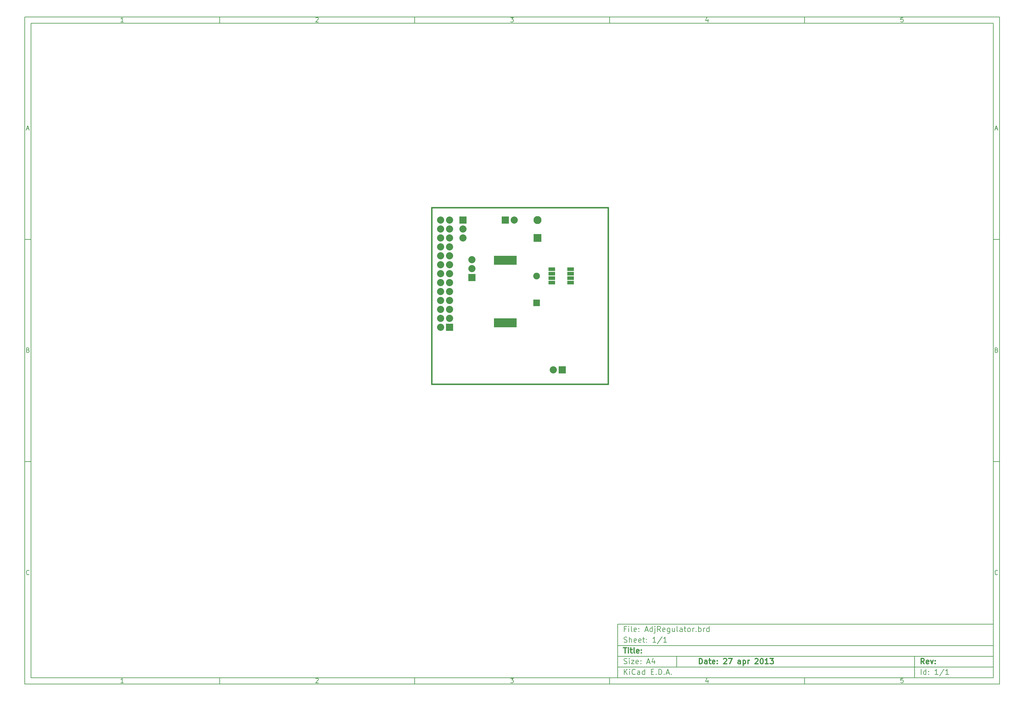
<source format=gbs>
G04 (created by PCBNEW-RS274X (2012-apr-16-27)-stable) date Sat 27 Apr 2013 17:01:59 BST*
G01*
G70*
G90*
%MOIN*%
G04 Gerber Fmt 3.4, Leading zero omitted, Abs format*
%FSLAX34Y34*%
G04 APERTURE LIST*
%ADD10C,0.006000*%
%ADD11C,0.012000*%
%ADD12C,0.015000*%
%ADD13R,0.256200X0.098700*%
%ADD14R,0.080000X0.080000*%
%ADD15C,0.080000*%
%ADD16R,0.090000X0.090000*%
%ADD17C,0.090000*%
%ADD18R,0.075000X0.075000*%
%ADD19C,0.075000*%
%ADD20R,0.075100X0.043600*%
G04 APERTURE END LIST*
G54D10*
X04000Y-04000D02*
X113000Y-04000D01*
X113000Y-78670D01*
X04000Y-78670D01*
X04000Y-04000D01*
X04700Y-04700D02*
X112300Y-04700D01*
X112300Y-77970D01*
X04700Y-77970D01*
X04700Y-04700D01*
X25800Y-04000D02*
X25800Y-04700D01*
X15043Y-04552D02*
X14757Y-04552D01*
X14900Y-04552D02*
X14900Y-04052D01*
X14852Y-04124D01*
X14805Y-04171D01*
X14757Y-04195D01*
X25800Y-78670D02*
X25800Y-77970D01*
X15043Y-78522D02*
X14757Y-78522D01*
X14900Y-78522D02*
X14900Y-78022D01*
X14852Y-78094D01*
X14805Y-78141D01*
X14757Y-78165D01*
X47600Y-04000D02*
X47600Y-04700D01*
X36557Y-04100D02*
X36581Y-04076D01*
X36629Y-04052D01*
X36748Y-04052D01*
X36795Y-04076D01*
X36819Y-04100D01*
X36843Y-04148D01*
X36843Y-04195D01*
X36819Y-04267D01*
X36533Y-04552D01*
X36843Y-04552D01*
X47600Y-78670D02*
X47600Y-77970D01*
X36557Y-78070D02*
X36581Y-78046D01*
X36629Y-78022D01*
X36748Y-78022D01*
X36795Y-78046D01*
X36819Y-78070D01*
X36843Y-78118D01*
X36843Y-78165D01*
X36819Y-78237D01*
X36533Y-78522D01*
X36843Y-78522D01*
X69400Y-04000D02*
X69400Y-04700D01*
X58333Y-04052D02*
X58643Y-04052D01*
X58476Y-04243D01*
X58548Y-04243D01*
X58595Y-04267D01*
X58619Y-04290D01*
X58643Y-04338D01*
X58643Y-04457D01*
X58619Y-04505D01*
X58595Y-04529D01*
X58548Y-04552D01*
X58405Y-04552D01*
X58357Y-04529D01*
X58333Y-04505D01*
X69400Y-78670D02*
X69400Y-77970D01*
X58333Y-78022D02*
X58643Y-78022D01*
X58476Y-78213D01*
X58548Y-78213D01*
X58595Y-78237D01*
X58619Y-78260D01*
X58643Y-78308D01*
X58643Y-78427D01*
X58619Y-78475D01*
X58595Y-78499D01*
X58548Y-78522D01*
X58405Y-78522D01*
X58357Y-78499D01*
X58333Y-78475D01*
X91200Y-04000D02*
X91200Y-04700D01*
X80395Y-04219D02*
X80395Y-04552D01*
X80276Y-04029D02*
X80157Y-04386D01*
X80467Y-04386D01*
X91200Y-78670D02*
X91200Y-77970D01*
X80395Y-78189D02*
X80395Y-78522D01*
X80276Y-77999D02*
X80157Y-78356D01*
X80467Y-78356D01*
X102219Y-04052D02*
X101981Y-04052D01*
X101957Y-04290D01*
X101981Y-04267D01*
X102029Y-04243D01*
X102148Y-04243D01*
X102195Y-04267D01*
X102219Y-04290D01*
X102243Y-04338D01*
X102243Y-04457D01*
X102219Y-04505D01*
X102195Y-04529D01*
X102148Y-04552D01*
X102029Y-04552D01*
X101981Y-04529D01*
X101957Y-04505D01*
X102219Y-78022D02*
X101981Y-78022D01*
X101957Y-78260D01*
X101981Y-78237D01*
X102029Y-78213D01*
X102148Y-78213D01*
X102195Y-78237D01*
X102219Y-78260D01*
X102243Y-78308D01*
X102243Y-78427D01*
X102219Y-78475D01*
X102195Y-78499D01*
X102148Y-78522D01*
X102029Y-78522D01*
X101981Y-78499D01*
X101957Y-78475D01*
X04000Y-28890D02*
X04700Y-28890D01*
X04231Y-16510D02*
X04469Y-16510D01*
X04184Y-16652D02*
X04350Y-16152D01*
X04517Y-16652D01*
X113000Y-28890D02*
X112300Y-28890D01*
X112531Y-16510D02*
X112769Y-16510D01*
X112484Y-16652D02*
X112650Y-16152D01*
X112817Y-16652D01*
X04000Y-53780D02*
X04700Y-53780D01*
X04386Y-41280D02*
X04457Y-41304D01*
X04481Y-41328D01*
X04505Y-41376D01*
X04505Y-41447D01*
X04481Y-41495D01*
X04457Y-41519D01*
X04410Y-41542D01*
X04219Y-41542D01*
X04219Y-41042D01*
X04386Y-41042D01*
X04433Y-41066D01*
X04457Y-41090D01*
X04481Y-41138D01*
X04481Y-41185D01*
X04457Y-41233D01*
X04433Y-41257D01*
X04386Y-41280D01*
X04219Y-41280D01*
X113000Y-53780D02*
X112300Y-53780D01*
X112686Y-41280D02*
X112757Y-41304D01*
X112781Y-41328D01*
X112805Y-41376D01*
X112805Y-41447D01*
X112781Y-41495D01*
X112757Y-41519D01*
X112710Y-41542D01*
X112519Y-41542D01*
X112519Y-41042D01*
X112686Y-41042D01*
X112733Y-41066D01*
X112757Y-41090D01*
X112781Y-41138D01*
X112781Y-41185D01*
X112757Y-41233D01*
X112733Y-41257D01*
X112686Y-41280D01*
X112519Y-41280D01*
X04505Y-66385D02*
X04481Y-66409D01*
X04410Y-66432D01*
X04362Y-66432D01*
X04290Y-66409D01*
X04243Y-66361D01*
X04219Y-66313D01*
X04195Y-66218D01*
X04195Y-66147D01*
X04219Y-66051D01*
X04243Y-66004D01*
X04290Y-65956D01*
X04362Y-65932D01*
X04410Y-65932D01*
X04481Y-65956D01*
X04505Y-65980D01*
X112805Y-66385D02*
X112781Y-66409D01*
X112710Y-66432D01*
X112662Y-66432D01*
X112590Y-66409D01*
X112543Y-66361D01*
X112519Y-66313D01*
X112495Y-66218D01*
X112495Y-66147D01*
X112519Y-66051D01*
X112543Y-66004D01*
X112590Y-65956D01*
X112662Y-65932D01*
X112710Y-65932D01*
X112781Y-65956D01*
X112805Y-65980D01*
G54D11*
X79443Y-76413D02*
X79443Y-75813D01*
X79586Y-75813D01*
X79671Y-75841D01*
X79729Y-75899D01*
X79757Y-75956D01*
X79786Y-76070D01*
X79786Y-76156D01*
X79757Y-76270D01*
X79729Y-76327D01*
X79671Y-76384D01*
X79586Y-76413D01*
X79443Y-76413D01*
X80300Y-76413D02*
X80300Y-76099D01*
X80271Y-76041D01*
X80214Y-76013D01*
X80100Y-76013D01*
X80043Y-76041D01*
X80300Y-76384D02*
X80243Y-76413D01*
X80100Y-76413D01*
X80043Y-76384D01*
X80014Y-76327D01*
X80014Y-76270D01*
X80043Y-76213D01*
X80100Y-76184D01*
X80243Y-76184D01*
X80300Y-76156D01*
X80500Y-76013D02*
X80729Y-76013D01*
X80586Y-75813D02*
X80586Y-76327D01*
X80614Y-76384D01*
X80672Y-76413D01*
X80729Y-76413D01*
X81157Y-76384D02*
X81100Y-76413D01*
X80986Y-76413D01*
X80929Y-76384D01*
X80900Y-76327D01*
X80900Y-76099D01*
X80929Y-76041D01*
X80986Y-76013D01*
X81100Y-76013D01*
X81157Y-76041D01*
X81186Y-76099D01*
X81186Y-76156D01*
X80900Y-76213D01*
X81443Y-76356D02*
X81471Y-76384D01*
X81443Y-76413D01*
X81414Y-76384D01*
X81443Y-76356D01*
X81443Y-76413D01*
X81443Y-76041D02*
X81471Y-76070D01*
X81443Y-76099D01*
X81414Y-76070D01*
X81443Y-76041D01*
X81443Y-76099D01*
X82157Y-75870D02*
X82186Y-75841D01*
X82243Y-75813D01*
X82386Y-75813D01*
X82443Y-75841D01*
X82472Y-75870D01*
X82500Y-75927D01*
X82500Y-75984D01*
X82472Y-76070D01*
X82129Y-76413D01*
X82500Y-76413D01*
X82700Y-75813D02*
X83100Y-75813D01*
X82843Y-76413D01*
X84042Y-76413D02*
X84042Y-76099D01*
X84013Y-76041D01*
X83956Y-76013D01*
X83842Y-76013D01*
X83785Y-76041D01*
X84042Y-76384D02*
X83985Y-76413D01*
X83842Y-76413D01*
X83785Y-76384D01*
X83756Y-76327D01*
X83756Y-76270D01*
X83785Y-76213D01*
X83842Y-76184D01*
X83985Y-76184D01*
X84042Y-76156D01*
X84328Y-76013D02*
X84328Y-76613D01*
X84328Y-76041D02*
X84385Y-76013D01*
X84499Y-76013D01*
X84556Y-76041D01*
X84585Y-76070D01*
X84614Y-76127D01*
X84614Y-76299D01*
X84585Y-76356D01*
X84556Y-76384D01*
X84499Y-76413D01*
X84385Y-76413D01*
X84328Y-76384D01*
X84871Y-76413D02*
X84871Y-76013D01*
X84871Y-76127D02*
X84899Y-76070D01*
X84928Y-76041D01*
X84985Y-76013D01*
X85042Y-76013D01*
X85670Y-75870D02*
X85699Y-75841D01*
X85756Y-75813D01*
X85899Y-75813D01*
X85956Y-75841D01*
X85985Y-75870D01*
X86013Y-75927D01*
X86013Y-75984D01*
X85985Y-76070D01*
X85642Y-76413D01*
X86013Y-76413D01*
X86384Y-75813D02*
X86441Y-75813D01*
X86498Y-75841D01*
X86527Y-75870D01*
X86556Y-75927D01*
X86584Y-76041D01*
X86584Y-76184D01*
X86556Y-76299D01*
X86527Y-76356D01*
X86498Y-76384D01*
X86441Y-76413D01*
X86384Y-76413D01*
X86327Y-76384D01*
X86298Y-76356D01*
X86270Y-76299D01*
X86241Y-76184D01*
X86241Y-76041D01*
X86270Y-75927D01*
X86298Y-75870D01*
X86327Y-75841D01*
X86384Y-75813D01*
X87155Y-76413D02*
X86812Y-76413D01*
X86984Y-76413D02*
X86984Y-75813D01*
X86927Y-75899D01*
X86869Y-75956D01*
X86812Y-75984D01*
X87355Y-75813D02*
X87726Y-75813D01*
X87526Y-76041D01*
X87612Y-76041D01*
X87669Y-76070D01*
X87698Y-76099D01*
X87726Y-76156D01*
X87726Y-76299D01*
X87698Y-76356D01*
X87669Y-76384D01*
X87612Y-76413D01*
X87440Y-76413D01*
X87383Y-76384D01*
X87355Y-76356D01*
G54D10*
X71043Y-77613D02*
X71043Y-77013D01*
X71386Y-77613D02*
X71129Y-77270D01*
X71386Y-77013D02*
X71043Y-77356D01*
X71643Y-77613D02*
X71643Y-77213D01*
X71643Y-77013D02*
X71614Y-77041D01*
X71643Y-77070D01*
X71671Y-77041D01*
X71643Y-77013D01*
X71643Y-77070D01*
X72272Y-77556D02*
X72243Y-77584D01*
X72157Y-77613D01*
X72100Y-77613D01*
X72015Y-77584D01*
X71957Y-77527D01*
X71929Y-77470D01*
X71900Y-77356D01*
X71900Y-77270D01*
X71929Y-77156D01*
X71957Y-77099D01*
X72015Y-77041D01*
X72100Y-77013D01*
X72157Y-77013D01*
X72243Y-77041D01*
X72272Y-77070D01*
X72786Y-77613D02*
X72786Y-77299D01*
X72757Y-77241D01*
X72700Y-77213D01*
X72586Y-77213D01*
X72529Y-77241D01*
X72786Y-77584D02*
X72729Y-77613D01*
X72586Y-77613D01*
X72529Y-77584D01*
X72500Y-77527D01*
X72500Y-77470D01*
X72529Y-77413D01*
X72586Y-77384D01*
X72729Y-77384D01*
X72786Y-77356D01*
X73329Y-77613D02*
X73329Y-77013D01*
X73329Y-77584D02*
X73272Y-77613D01*
X73158Y-77613D01*
X73100Y-77584D01*
X73072Y-77556D01*
X73043Y-77499D01*
X73043Y-77327D01*
X73072Y-77270D01*
X73100Y-77241D01*
X73158Y-77213D01*
X73272Y-77213D01*
X73329Y-77241D01*
X74072Y-77299D02*
X74272Y-77299D01*
X74358Y-77613D02*
X74072Y-77613D01*
X74072Y-77013D01*
X74358Y-77013D01*
X74615Y-77556D02*
X74643Y-77584D01*
X74615Y-77613D01*
X74586Y-77584D01*
X74615Y-77556D01*
X74615Y-77613D01*
X74901Y-77613D02*
X74901Y-77013D01*
X75044Y-77013D01*
X75129Y-77041D01*
X75187Y-77099D01*
X75215Y-77156D01*
X75244Y-77270D01*
X75244Y-77356D01*
X75215Y-77470D01*
X75187Y-77527D01*
X75129Y-77584D01*
X75044Y-77613D01*
X74901Y-77613D01*
X75501Y-77556D02*
X75529Y-77584D01*
X75501Y-77613D01*
X75472Y-77584D01*
X75501Y-77556D01*
X75501Y-77613D01*
X75758Y-77441D02*
X76044Y-77441D01*
X75701Y-77613D02*
X75901Y-77013D01*
X76101Y-77613D01*
X76301Y-77556D02*
X76329Y-77584D01*
X76301Y-77613D01*
X76272Y-77584D01*
X76301Y-77556D01*
X76301Y-77613D01*
G54D11*
X104586Y-76413D02*
X104386Y-76127D01*
X104243Y-76413D02*
X104243Y-75813D01*
X104471Y-75813D01*
X104529Y-75841D01*
X104557Y-75870D01*
X104586Y-75927D01*
X104586Y-76013D01*
X104557Y-76070D01*
X104529Y-76099D01*
X104471Y-76127D01*
X104243Y-76127D01*
X105071Y-76384D02*
X105014Y-76413D01*
X104900Y-76413D01*
X104843Y-76384D01*
X104814Y-76327D01*
X104814Y-76099D01*
X104843Y-76041D01*
X104900Y-76013D01*
X105014Y-76013D01*
X105071Y-76041D01*
X105100Y-76099D01*
X105100Y-76156D01*
X104814Y-76213D01*
X105300Y-76013D02*
X105443Y-76413D01*
X105585Y-76013D01*
X105814Y-76356D02*
X105842Y-76384D01*
X105814Y-76413D01*
X105785Y-76384D01*
X105814Y-76356D01*
X105814Y-76413D01*
X105814Y-76041D02*
X105842Y-76070D01*
X105814Y-76099D01*
X105785Y-76070D01*
X105814Y-76041D01*
X105814Y-76099D01*
G54D10*
X71014Y-76384D02*
X71100Y-76413D01*
X71243Y-76413D01*
X71300Y-76384D01*
X71329Y-76356D01*
X71357Y-76299D01*
X71357Y-76241D01*
X71329Y-76184D01*
X71300Y-76156D01*
X71243Y-76127D01*
X71129Y-76099D01*
X71071Y-76070D01*
X71043Y-76041D01*
X71014Y-75984D01*
X71014Y-75927D01*
X71043Y-75870D01*
X71071Y-75841D01*
X71129Y-75813D01*
X71271Y-75813D01*
X71357Y-75841D01*
X71614Y-76413D02*
X71614Y-76013D01*
X71614Y-75813D02*
X71585Y-75841D01*
X71614Y-75870D01*
X71642Y-75841D01*
X71614Y-75813D01*
X71614Y-75870D01*
X71843Y-76013D02*
X72157Y-76013D01*
X71843Y-76413D01*
X72157Y-76413D01*
X72614Y-76384D02*
X72557Y-76413D01*
X72443Y-76413D01*
X72386Y-76384D01*
X72357Y-76327D01*
X72357Y-76099D01*
X72386Y-76041D01*
X72443Y-76013D01*
X72557Y-76013D01*
X72614Y-76041D01*
X72643Y-76099D01*
X72643Y-76156D01*
X72357Y-76213D01*
X72900Y-76356D02*
X72928Y-76384D01*
X72900Y-76413D01*
X72871Y-76384D01*
X72900Y-76356D01*
X72900Y-76413D01*
X72900Y-76041D02*
X72928Y-76070D01*
X72900Y-76099D01*
X72871Y-76070D01*
X72900Y-76041D01*
X72900Y-76099D01*
X73614Y-76241D02*
X73900Y-76241D01*
X73557Y-76413D02*
X73757Y-75813D01*
X73957Y-76413D01*
X74414Y-76013D02*
X74414Y-76413D01*
X74271Y-75784D02*
X74128Y-76213D01*
X74500Y-76213D01*
X104243Y-77613D02*
X104243Y-77013D01*
X104786Y-77613D02*
X104786Y-77013D01*
X104786Y-77584D02*
X104729Y-77613D01*
X104615Y-77613D01*
X104557Y-77584D01*
X104529Y-77556D01*
X104500Y-77499D01*
X104500Y-77327D01*
X104529Y-77270D01*
X104557Y-77241D01*
X104615Y-77213D01*
X104729Y-77213D01*
X104786Y-77241D01*
X105072Y-77556D02*
X105100Y-77584D01*
X105072Y-77613D01*
X105043Y-77584D01*
X105072Y-77556D01*
X105072Y-77613D01*
X105072Y-77241D02*
X105100Y-77270D01*
X105072Y-77299D01*
X105043Y-77270D01*
X105072Y-77241D01*
X105072Y-77299D01*
X106129Y-77613D02*
X105786Y-77613D01*
X105958Y-77613D02*
X105958Y-77013D01*
X105901Y-77099D01*
X105843Y-77156D01*
X105786Y-77184D01*
X106814Y-76984D02*
X106300Y-77756D01*
X107329Y-77613D02*
X106986Y-77613D01*
X107158Y-77613D02*
X107158Y-77013D01*
X107101Y-77099D01*
X107043Y-77156D01*
X106986Y-77184D01*
G54D11*
X70957Y-74613D02*
X71300Y-74613D01*
X71129Y-75213D02*
X71129Y-74613D01*
X71500Y-75213D02*
X71500Y-74813D01*
X71500Y-74613D02*
X71471Y-74641D01*
X71500Y-74670D01*
X71528Y-74641D01*
X71500Y-74613D01*
X71500Y-74670D01*
X71700Y-74813D02*
X71929Y-74813D01*
X71786Y-74613D02*
X71786Y-75127D01*
X71814Y-75184D01*
X71872Y-75213D01*
X71929Y-75213D01*
X72215Y-75213D02*
X72157Y-75184D01*
X72129Y-75127D01*
X72129Y-74613D01*
X72671Y-75184D02*
X72614Y-75213D01*
X72500Y-75213D01*
X72443Y-75184D01*
X72414Y-75127D01*
X72414Y-74899D01*
X72443Y-74841D01*
X72500Y-74813D01*
X72614Y-74813D01*
X72671Y-74841D01*
X72700Y-74899D01*
X72700Y-74956D01*
X72414Y-75013D01*
X72957Y-75156D02*
X72985Y-75184D01*
X72957Y-75213D01*
X72928Y-75184D01*
X72957Y-75156D01*
X72957Y-75213D01*
X72957Y-74841D02*
X72985Y-74870D01*
X72957Y-74899D01*
X72928Y-74870D01*
X72957Y-74841D01*
X72957Y-74899D01*
G54D10*
X71243Y-72499D02*
X71043Y-72499D01*
X71043Y-72813D02*
X71043Y-72213D01*
X71329Y-72213D01*
X71557Y-72813D02*
X71557Y-72413D01*
X71557Y-72213D02*
X71528Y-72241D01*
X71557Y-72270D01*
X71585Y-72241D01*
X71557Y-72213D01*
X71557Y-72270D01*
X71929Y-72813D02*
X71871Y-72784D01*
X71843Y-72727D01*
X71843Y-72213D01*
X72385Y-72784D02*
X72328Y-72813D01*
X72214Y-72813D01*
X72157Y-72784D01*
X72128Y-72727D01*
X72128Y-72499D01*
X72157Y-72441D01*
X72214Y-72413D01*
X72328Y-72413D01*
X72385Y-72441D01*
X72414Y-72499D01*
X72414Y-72556D01*
X72128Y-72613D01*
X72671Y-72756D02*
X72699Y-72784D01*
X72671Y-72813D01*
X72642Y-72784D01*
X72671Y-72756D01*
X72671Y-72813D01*
X72671Y-72441D02*
X72699Y-72470D01*
X72671Y-72499D01*
X72642Y-72470D01*
X72671Y-72441D01*
X72671Y-72499D01*
X73385Y-72641D02*
X73671Y-72641D01*
X73328Y-72813D02*
X73528Y-72213D01*
X73728Y-72813D01*
X74185Y-72813D02*
X74185Y-72213D01*
X74185Y-72784D02*
X74128Y-72813D01*
X74014Y-72813D01*
X73956Y-72784D01*
X73928Y-72756D01*
X73899Y-72699D01*
X73899Y-72527D01*
X73928Y-72470D01*
X73956Y-72441D01*
X74014Y-72413D01*
X74128Y-72413D01*
X74185Y-72441D01*
X74471Y-72413D02*
X74471Y-72927D01*
X74442Y-72984D01*
X74385Y-73013D01*
X74357Y-73013D01*
X74471Y-72213D02*
X74442Y-72241D01*
X74471Y-72270D01*
X74499Y-72241D01*
X74471Y-72213D01*
X74471Y-72270D01*
X75100Y-72813D02*
X74900Y-72527D01*
X74757Y-72813D02*
X74757Y-72213D01*
X74985Y-72213D01*
X75043Y-72241D01*
X75071Y-72270D01*
X75100Y-72327D01*
X75100Y-72413D01*
X75071Y-72470D01*
X75043Y-72499D01*
X74985Y-72527D01*
X74757Y-72527D01*
X75585Y-72784D02*
X75528Y-72813D01*
X75414Y-72813D01*
X75357Y-72784D01*
X75328Y-72727D01*
X75328Y-72499D01*
X75357Y-72441D01*
X75414Y-72413D01*
X75528Y-72413D01*
X75585Y-72441D01*
X75614Y-72499D01*
X75614Y-72556D01*
X75328Y-72613D01*
X76128Y-72413D02*
X76128Y-72899D01*
X76099Y-72956D01*
X76071Y-72984D01*
X76014Y-73013D01*
X75928Y-73013D01*
X75871Y-72984D01*
X76128Y-72784D02*
X76071Y-72813D01*
X75957Y-72813D01*
X75899Y-72784D01*
X75871Y-72756D01*
X75842Y-72699D01*
X75842Y-72527D01*
X75871Y-72470D01*
X75899Y-72441D01*
X75957Y-72413D01*
X76071Y-72413D01*
X76128Y-72441D01*
X76671Y-72413D02*
X76671Y-72813D01*
X76414Y-72413D02*
X76414Y-72727D01*
X76442Y-72784D01*
X76500Y-72813D01*
X76585Y-72813D01*
X76642Y-72784D01*
X76671Y-72756D01*
X77043Y-72813D02*
X76985Y-72784D01*
X76957Y-72727D01*
X76957Y-72213D01*
X77528Y-72813D02*
X77528Y-72499D01*
X77499Y-72441D01*
X77442Y-72413D01*
X77328Y-72413D01*
X77271Y-72441D01*
X77528Y-72784D02*
X77471Y-72813D01*
X77328Y-72813D01*
X77271Y-72784D01*
X77242Y-72727D01*
X77242Y-72670D01*
X77271Y-72613D01*
X77328Y-72584D01*
X77471Y-72584D01*
X77528Y-72556D01*
X77728Y-72413D02*
X77957Y-72413D01*
X77814Y-72213D02*
X77814Y-72727D01*
X77842Y-72784D01*
X77900Y-72813D01*
X77957Y-72813D01*
X78243Y-72813D02*
X78185Y-72784D01*
X78157Y-72756D01*
X78128Y-72699D01*
X78128Y-72527D01*
X78157Y-72470D01*
X78185Y-72441D01*
X78243Y-72413D01*
X78328Y-72413D01*
X78385Y-72441D01*
X78414Y-72470D01*
X78443Y-72527D01*
X78443Y-72699D01*
X78414Y-72756D01*
X78385Y-72784D01*
X78328Y-72813D01*
X78243Y-72813D01*
X78700Y-72813D02*
X78700Y-72413D01*
X78700Y-72527D02*
X78728Y-72470D01*
X78757Y-72441D01*
X78814Y-72413D01*
X78871Y-72413D01*
X79071Y-72756D02*
X79099Y-72784D01*
X79071Y-72813D01*
X79042Y-72784D01*
X79071Y-72756D01*
X79071Y-72813D01*
X79357Y-72813D02*
X79357Y-72213D01*
X79357Y-72441D02*
X79414Y-72413D01*
X79528Y-72413D01*
X79585Y-72441D01*
X79614Y-72470D01*
X79643Y-72527D01*
X79643Y-72699D01*
X79614Y-72756D01*
X79585Y-72784D01*
X79528Y-72813D01*
X79414Y-72813D01*
X79357Y-72784D01*
X79900Y-72813D02*
X79900Y-72413D01*
X79900Y-72527D02*
X79928Y-72470D01*
X79957Y-72441D01*
X80014Y-72413D01*
X80071Y-72413D01*
X80528Y-72813D02*
X80528Y-72213D01*
X80528Y-72784D02*
X80471Y-72813D01*
X80357Y-72813D01*
X80299Y-72784D01*
X80271Y-72756D01*
X80242Y-72699D01*
X80242Y-72527D01*
X80271Y-72470D01*
X80299Y-72441D01*
X80357Y-72413D01*
X80471Y-72413D01*
X80528Y-72441D01*
X71014Y-73984D02*
X71100Y-74013D01*
X71243Y-74013D01*
X71300Y-73984D01*
X71329Y-73956D01*
X71357Y-73899D01*
X71357Y-73841D01*
X71329Y-73784D01*
X71300Y-73756D01*
X71243Y-73727D01*
X71129Y-73699D01*
X71071Y-73670D01*
X71043Y-73641D01*
X71014Y-73584D01*
X71014Y-73527D01*
X71043Y-73470D01*
X71071Y-73441D01*
X71129Y-73413D01*
X71271Y-73413D01*
X71357Y-73441D01*
X71614Y-74013D02*
X71614Y-73413D01*
X71871Y-74013D02*
X71871Y-73699D01*
X71842Y-73641D01*
X71785Y-73613D01*
X71700Y-73613D01*
X71642Y-73641D01*
X71614Y-73670D01*
X72385Y-73984D02*
X72328Y-74013D01*
X72214Y-74013D01*
X72157Y-73984D01*
X72128Y-73927D01*
X72128Y-73699D01*
X72157Y-73641D01*
X72214Y-73613D01*
X72328Y-73613D01*
X72385Y-73641D01*
X72414Y-73699D01*
X72414Y-73756D01*
X72128Y-73813D01*
X72899Y-73984D02*
X72842Y-74013D01*
X72728Y-74013D01*
X72671Y-73984D01*
X72642Y-73927D01*
X72642Y-73699D01*
X72671Y-73641D01*
X72728Y-73613D01*
X72842Y-73613D01*
X72899Y-73641D01*
X72928Y-73699D01*
X72928Y-73756D01*
X72642Y-73813D01*
X73099Y-73613D02*
X73328Y-73613D01*
X73185Y-73413D02*
X73185Y-73927D01*
X73213Y-73984D01*
X73271Y-74013D01*
X73328Y-74013D01*
X73528Y-73956D02*
X73556Y-73984D01*
X73528Y-74013D01*
X73499Y-73984D01*
X73528Y-73956D01*
X73528Y-74013D01*
X73528Y-73641D02*
X73556Y-73670D01*
X73528Y-73699D01*
X73499Y-73670D01*
X73528Y-73641D01*
X73528Y-73699D01*
X74585Y-74013D02*
X74242Y-74013D01*
X74414Y-74013D02*
X74414Y-73413D01*
X74357Y-73499D01*
X74299Y-73556D01*
X74242Y-73584D01*
X75270Y-73384D02*
X74756Y-74156D01*
X75785Y-74013D02*
X75442Y-74013D01*
X75614Y-74013D02*
X75614Y-73413D01*
X75557Y-73499D01*
X75499Y-73556D01*
X75442Y-73584D01*
X70300Y-71970D02*
X70300Y-77970D01*
X70300Y-71970D02*
X112300Y-71970D01*
X70300Y-71970D02*
X112300Y-71970D01*
X70300Y-74370D02*
X112300Y-74370D01*
X103500Y-75570D02*
X103500Y-77970D01*
X70300Y-76770D02*
X112300Y-76770D01*
X70300Y-75570D02*
X112300Y-75570D01*
X76900Y-75570D02*
X76900Y-76770D01*
G54D12*
X49500Y-25350D02*
X69250Y-25350D01*
X69250Y-45100D02*
X69250Y-25350D01*
X49500Y-45100D02*
X49500Y-25415D01*
X49500Y-45100D02*
X69185Y-45100D01*
G54D13*
X57750Y-38250D03*
X57750Y-31250D03*
G54D14*
X51500Y-38750D03*
G54D15*
X50500Y-38750D03*
X51500Y-37750D03*
X50500Y-37750D03*
X51500Y-36750D03*
X50500Y-36750D03*
X51500Y-35750D03*
X50500Y-35750D03*
X51500Y-34750D03*
X50500Y-34750D03*
X51500Y-33750D03*
X50500Y-33750D03*
X51500Y-32750D03*
X50500Y-32750D03*
X51500Y-31750D03*
X50500Y-31750D03*
X51500Y-30750D03*
X50500Y-30750D03*
X51500Y-29750D03*
X50500Y-29750D03*
X51500Y-28750D03*
X50500Y-28750D03*
X51500Y-27750D03*
X50500Y-27750D03*
X51500Y-26750D03*
X50500Y-26750D03*
G54D16*
X61350Y-28750D03*
G54D17*
X61350Y-26750D03*
G54D18*
X61250Y-36000D03*
G54D19*
X61250Y-33000D03*
G54D20*
X62950Y-32250D03*
X65050Y-32250D03*
X62950Y-32750D03*
X62950Y-33250D03*
X62950Y-33750D03*
X65050Y-32750D03*
X65050Y-33250D03*
X65050Y-33750D03*
G54D14*
X57750Y-26750D03*
G54D15*
X58750Y-26750D03*
G54D14*
X64100Y-43500D03*
G54D15*
X63100Y-43500D03*
G54D14*
X54020Y-33180D03*
G54D15*
X54020Y-32180D03*
X54020Y-31180D03*
G54D14*
X53000Y-26750D03*
G54D15*
X53000Y-27750D03*
X53000Y-28750D03*
M02*

</source>
